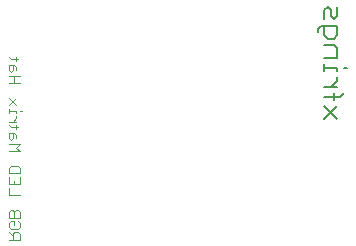
<source format=gbo>
G75*
%MOIN*%
%OFA0B0*%
%FSLAX25Y25*%
%IPPOS*%
%LPD*%
%AMOC8*
5,1,8,0,0,1.08239X$1,22.5*
%
%ADD10C,0.00600*%
%ADD11C,0.00300*%
D10*
X0249165Y0175291D02*
X0249165Y0176359D01*
X0250232Y0177427D01*
X0255570Y0177427D01*
X0255570Y0174224D01*
X0254503Y0173156D01*
X0252368Y0173156D01*
X0251300Y0174224D01*
X0251300Y0177427D01*
X0251300Y0179602D02*
X0251300Y0182804D01*
X0252368Y0183872D01*
X0253435Y0182804D01*
X0253435Y0180669D01*
X0254503Y0179602D01*
X0255570Y0180669D01*
X0255570Y0183872D01*
X0254503Y0170981D02*
X0251300Y0170981D01*
X0254503Y0170981D02*
X0255570Y0169913D01*
X0255570Y0166711D01*
X0251300Y0166711D01*
X0251300Y0164549D02*
X0251300Y0162414D01*
X0251300Y0163481D02*
X0255570Y0163481D01*
X0255570Y0162414D01*
X0255570Y0160245D02*
X0255570Y0159178D01*
X0253435Y0157042D01*
X0251300Y0157042D02*
X0255570Y0157042D01*
X0254503Y0154881D02*
X0254503Y0152745D01*
X0256638Y0153813D02*
X0257705Y0154881D01*
X0256638Y0153813D02*
X0251300Y0153813D01*
X0251300Y0150570D02*
X0255570Y0146300D01*
X0251300Y0146300D02*
X0255570Y0150570D01*
X0257705Y0163481D02*
X0258773Y0163481D01*
D11*
X0149853Y0106150D02*
X0146150Y0106150D01*
X0147384Y0106150D02*
X0147384Y0108002D01*
X0148002Y0108619D01*
X0149236Y0108619D01*
X0149853Y0108002D01*
X0149853Y0106150D01*
X0147384Y0107384D02*
X0146150Y0108619D01*
X0146767Y0109833D02*
X0146150Y0110450D01*
X0146150Y0111685D01*
X0146767Y0112302D01*
X0148002Y0112302D01*
X0148002Y0111068D01*
X0149236Y0112302D02*
X0149853Y0111685D01*
X0149853Y0110450D01*
X0149236Y0109833D01*
X0146767Y0109833D01*
X0146150Y0113516D02*
X0146150Y0115368D01*
X0146767Y0115985D01*
X0147384Y0115985D01*
X0148002Y0115368D01*
X0148002Y0113516D01*
X0149853Y0113516D02*
X0149853Y0115368D01*
X0149236Y0115985D01*
X0148619Y0115985D01*
X0148002Y0115368D01*
X0149853Y0113516D02*
X0146150Y0113516D01*
X0146150Y0120883D02*
X0146150Y0123351D01*
X0146150Y0124566D02*
X0146150Y0127034D01*
X0146150Y0128249D02*
X0146150Y0130100D01*
X0146767Y0130718D01*
X0149236Y0130718D01*
X0149853Y0130100D01*
X0149853Y0128249D01*
X0146150Y0128249D01*
X0148002Y0125800D02*
X0148002Y0124566D01*
X0149853Y0124566D02*
X0146150Y0124566D01*
X0146150Y0120883D02*
X0149853Y0120883D01*
X0149853Y0124566D02*
X0149853Y0127034D01*
X0149853Y0135615D02*
X0146150Y0135615D01*
X0146150Y0138084D02*
X0149853Y0138084D01*
X0148619Y0136850D01*
X0149853Y0135615D01*
X0146767Y0139298D02*
X0147384Y0139915D01*
X0147384Y0141767D01*
X0148002Y0141767D02*
X0146150Y0141767D01*
X0146150Y0139915D01*
X0146767Y0139298D01*
X0148619Y0139915D02*
X0148619Y0141150D01*
X0148002Y0141767D01*
X0148619Y0142981D02*
X0148619Y0144216D01*
X0149236Y0143599D02*
X0146767Y0143599D01*
X0146150Y0144216D01*
X0146150Y0145437D02*
X0148619Y0145437D01*
X0148619Y0146671D02*
X0147384Y0145437D01*
X0148619Y0146671D02*
X0148619Y0147288D01*
X0148619Y0148506D02*
X0148619Y0149123D01*
X0146150Y0149123D01*
X0146150Y0148506D02*
X0146150Y0149741D01*
X0146150Y0150962D02*
X0148619Y0153430D01*
X0148619Y0150962D02*
X0146150Y0153430D01*
X0146150Y0158328D02*
X0149853Y0158328D01*
X0148002Y0158328D02*
X0148002Y0160797D01*
X0146767Y0162011D02*
X0146150Y0162628D01*
X0146150Y0164480D01*
X0148002Y0164480D01*
X0148619Y0163863D01*
X0148619Y0162628D01*
X0147384Y0162628D02*
X0147384Y0164480D01*
X0148619Y0165694D02*
X0148619Y0166929D01*
X0149236Y0166311D02*
X0146767Y0166311D01*
X0146150Y0166929D01*
X0147384Y0162628D02*
X0146767Y0162011D01*
X0146150Y0160797D02*
X0149853Y0160797D01*
X0149853Y0149123D02*
X0150470Y0149123D01*
M02*

</source>
